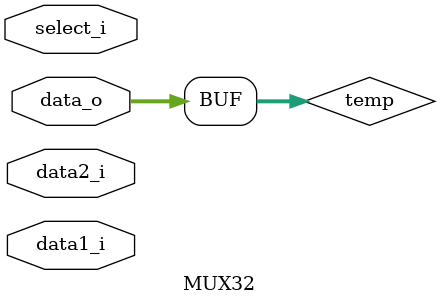
<source format=v>
module MUX32(data1_i, data2_i, select_i, data_o);

    input [31:0] data1_i;
    input [31:0] data2_i;
    input select_i;
    input [31:0] data_o;

    reg [31:0] temp;

    assign data_o = temp;

    always@(*)begin
        if(select_i == 0) begin
            temp = data1_i;
        end
        else begin
           temp = data2_i; 
        end 
    end
endmodule
</source>
